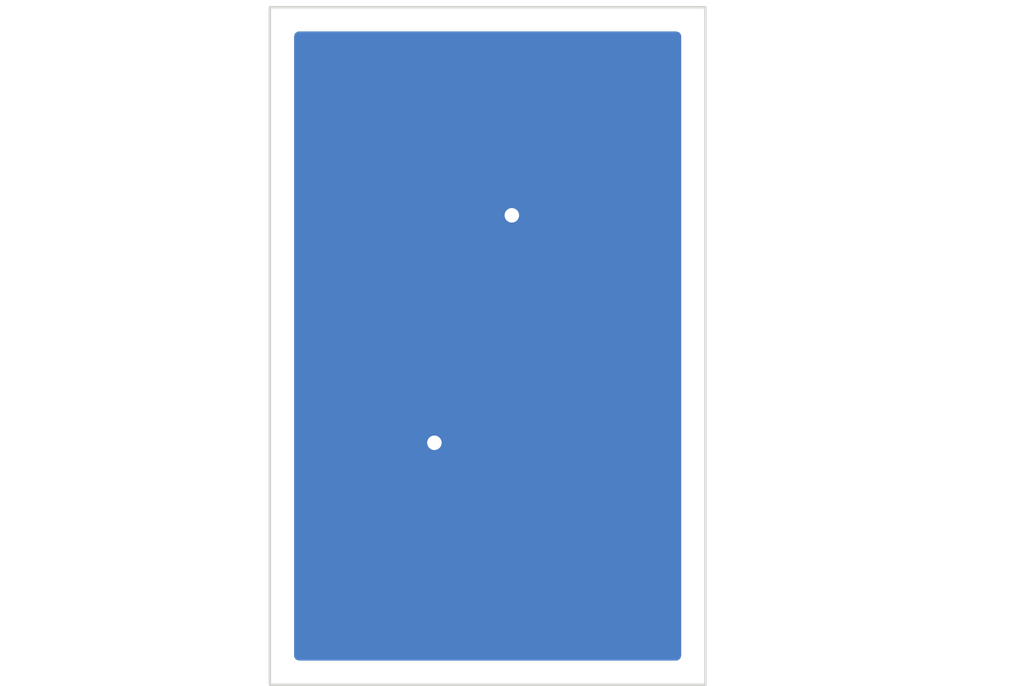
<source format=kicad_pcb>
(kicad_pcb (version 20240108) (generator "pcbnew") (generator_version "8.0")
  (layers (0 "F.Cu" signal) (31 "B.Cu" signal) (34 "B.Paste" user) (35 "F.Paste" user) (36 "B.SilkS" user "B.Silkscreen") (37 "F.SilkS" user "F.Silkscreen") (38 "B.Mask" user) (39 "F.Mask" user) (44 "Edge.Cuts" user))
  (net 0 "")
  (net 1 "/MSL")
  (net 2 "GND")
  (footprint "antmicro-footprints:NetTie-2_SMD_Pad0.127mm" (layer "F.Cu") (at 146.5 103.325 180)
    (property "Reference" "SP2" (hide yes))
    (property "Value" "Simulation_Port")
    (fp_poly (pts (xy -0.0635 -0.0635) (xy 0.0625 -0.0635) (xy 0.0625 0.0635) (xy -0.0635 0.0635)) (fill solid) (layer "F.Cu"))
    (pad "1" smd roundrect (at -0.127 0) (size 0.127 0.127) (layers "F.Cu") (roundrect_rratio 0.5) (chamfer_ratio 0) (chamfer top_left bottom_left))
    (pad "2" smd roundrect (at 0.126 0 180) (size 0.127 0.127) (layers "F.Cu") (roundrect_rratio 0.5) (chamfer_ratio 0) (chamfer top_left bottom_left))
  )
  (footprint "antmicro-footprints:NetTie-2_SMD_Pad0.127mm" (layer "F.Cu") (at 147.027 112.65)
    (property "Reference" "SP1" (hide yes))
    (property "Value" "Simulation_Port")
    (fp_poly (pts (xy -0.0635 -0.0635) (xy 0.0625 -0.0635) (xy 0.0625 0.0635) (xy -0.0635 0.0635)) (fill solid) (layer "F.Cu"))
    (pad "1" smd roundrect (at -0.127 0 180) (size 0.127 0.127) (layers "F.Cu") (roundrect_rratio 0.5) (chamfer_ratio 0) (chamfer top_left bottom_left) (net 1 "/MSL"))
    (pad "2" smd roundrect (at 0.126 0) (size 0.127 0.127) (layers "F.Cu") (roundrect_rratio 0.5) (chamfer_ratio 0) (chamfer top_left bottom_left) (net 1 "/MSL"))
  )
  (footprint "antmicro-footprints:Simulation_Port" (layer "F.Cu") (at 146.5 103.25 180)
    (property "Reference" "SP3")
    (property "Value" "Simulation_Port" (hide yes))
  )
  (footprint "antmicro-footprints:Simulation_Port" (layer "F.Cu") (at 147 112.75)
    (property "Reference" "SP2")
    (property "Value" "Simulation_Port" (hide yes))
  )
  (footprint "antmicro-footprints:NetTie-2_SMD_Pad0.127mm" (layer "F.Cu") (at 143.001 103.2 180)
    (property "Reference" "SP0" (hide yes))
    (property "Value" "Simulation_Port")
    (fp_poly (pts (xy -0.0635 -0.0635) (xy 0.0625 -0.0635) (xy 0.0625 0.0635) (xy -0.0635 0.0635)) (fill solid) (layer "F.Cu"))
    (pad "1" smd roundrect (at -0.127 0) (size 0.127 0.127) (layers "F.Cu") (roundrect_rratio 0.5) (chamfer_ratio 0) (chamfer top_left bottom_left) (net 1 "/MSL"))
    (pad "2" smd roundrect (at 0.126 0 180) (size 0.127 0.127) (layers "F.Cu") (roundrect_rratio 0.5) (chamfer_ratio 0) (chamfer top_left bottom_left) (net 1 "/MSL"))
  )
  (footprint "antmicro-footprints:Simulation_Port" (layer "F.Cu") (at 143 103.25 180)
    (property "Reference" "SP1")
    (property "Value" "Simulation_Port" (hide yes))
  )
  (footprint "antmicro-footprints:NetTie-2_SMD_Pad0.127mm" (layer "B.Cu") (at 141 113.5 180)
    (property "Reference" "TP4" (hide yes))
    (property "Value" "Net-Tie_2")
    (fp_poly (pts (xy -0.0635 0.0635) (xy 0.0625 0.0635) (xy 0.0625 -0.0635) (xy -0.0635 -0.0635)) (fill solid) (layer "B.Cu"))
    (pad "1" smd roundrect (at -0.127 0) (size 0.127 0.127) (layers "B.Cu") (roundrect_rratio 0.5) (chamfer_ratio 0) (chamfer top_left bottom_left) (net 2 "GND"))
    (pad "2" smd roundrect (at 0.126 0 180) (size 0.127 0.127) (layers "B.Cu") (roundrect_rratio 0.5) (chamfer_ratio 0) (chamfer top_left bottom_left) (net 2 "GND"))
  )
  (footprint "antmicro-footprints:NetTie-2_SMD_Pad0.127mm" (layer "B.Cu") (at 141 114 180)
    (property "Reference" "TP2" (hide yes))
    (property "Value" "Net-Tie_2")
    (fp_poly (pts (xy -0.0635 0.0635) (xy 0.0625 0.0635) (xy 0.0625 -0.0635) (xy -0.0635 -0.0635)) (fill solid) (layer "B.Cu"))
    (pad "1" smd roundrect (at -0.127 0) (size 0.127 0.127) (layers "B.Cu") (roundrect_rratio 0.5) (chamfer_ratio 0) (chamfer top_left bottom_left) (net 2 "GND"))
    (pad "2" smd roundrect (at 0.126 0 180) (size 0.127 0.127) (layers "B.Cu") (roundrect_rratio 0.5) (chamfer_ratio 0) (chamfer top_left bottom_left) (net 2 "GND"))
  )
  (gr_rect (start 140 101) (end 149 115) (stroke (width 0.05)) (fill none) (layer "Edge.Cuts"))
  (segment (start 145 108.5) (end 145.914214 107.585786) (width 0.4) (layer "F.Cu") (net 1))
  (segment (start 146.998156 111.19746) (end 146.998156 112.498156) (width 0.4) (layer "F.Cu") (net 1))
  (segment (start 146.5 106.171573) (end 146.5 103.5) (width 0.4) (layer "F.Cu") (net 1))
  (segment (start 143 103.373) (end 143 105.671573) (width 0.4) (layer "F.Cu") (net 1))
  (segment (start 146.998156 112.498156) (end 147 112.5) (width 0.4) (layer "F.Cu") (net 1))
  (segment (start 143.585787 107.085787) (end 145 108.5) (width 0.4) (layer "F.Cu") (net 1))
  (segment (start 145 108.5) (end 146.414214 109.914214) (width 0.4) (layer "F.Cu") (net 1))
  (arc (start 146.414214 109.914214) (mid 146.82172 110.503015) (end 146.998156 111.19746) (width 0.4) (layer "F.Cu") (net 1))
  (arc (start 145.914214 107.585786) (mid 146.34775 106.936938) (end 146.5 106.171573) (width 0.4) (layer "F.Cu") (net 1))
  (arc (start 143 105.671573) (mid 143.15225 106.436939) (end 143.585787 107.085787) (width 0.4) (layer "F.Cu") (net 1))
  (via (at 145 105.3) (size 0.6) (drill 0.3) (layers "F.Cu" "B.Cu") (net 2))
  (via (at 143.4 110) (size 0.6) (drill 0.3) (layers "F.Cu" "B.Cu") (net 2))
  (zone (net 2) (net_name "GND") (layer "B.Cu") (connect_pads yes (clearance 0.2)) (min_thickness 0.2) (fill yes (thermal_gap 0.508) (thermal_bridge_width 0.508) (island_removal_mode 1) (island_area_min 0))
    (polygon (pts (xy 149 115) (xy 140 115) (xy 140 101) (xy 149 101)))
  )
)
</source>
